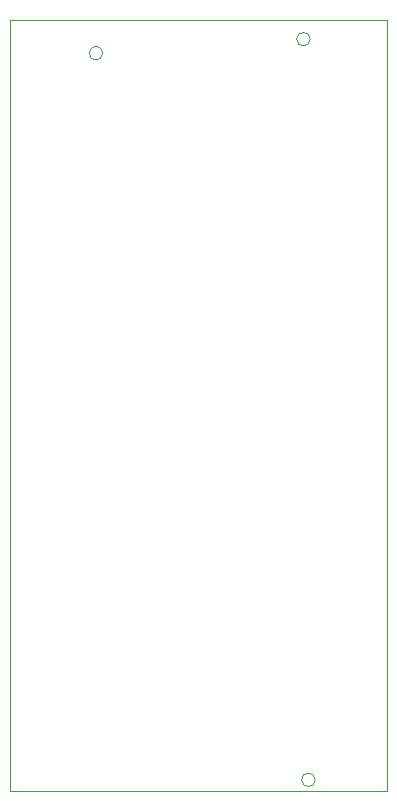
<source format=gbr>
%TF.GenerationSoftware,KiCad,Pcbnew,(6.0.4)*%
%TF.CreationDate,2022-05-08T20:42:15-04:00*%
%TF.ProjectId,STM32_Altimeter_R2,53544d33-325f-4416-9c74-696d65746572,0.1*%
%TF.SameCoordinates,Original*%
%TF.FileFunction,Profile,NP*%
%FSLAX46Y46*%
G04 Gerber Fmt 4.6, Leading zero omitted, Abs format (unit mm)*
G04 Created by KiCad (PCBNEW (6.0.4)) date 2022-05-08 20:42:15*
%MOMM*%
%LPD*%
G01*
G04 APERTURE LIST*
%TA.AperFunction,Profile*%
%ADD10C,0.100000*%
%TD*%
G04 APERTURE END LIST*
D10*
X31405195Y-41083225D02*
X63321057Y-41083225D01*
X63321057Y-41083225D02*
X63321057Y-106390678D01*
X63321057Y-106390678D02*
X31405195Y-106390678D01*
X31405195Y-106390678D02*
X31405195Y-41083225D01*
X56820731Y-42723948D02*
G75*
G03*
X56820731Y-42723948I-576000J0D01*
G01*
X57238646Y-105432138D02*
G75*
G03*
X57238646Y-105432138I-576000J0D01*
G01*
X39254574Y-43916380D02*
G75*
G03*
X39254574Y-43916380I-576000J0D01*
G01*
M02*

</source>
